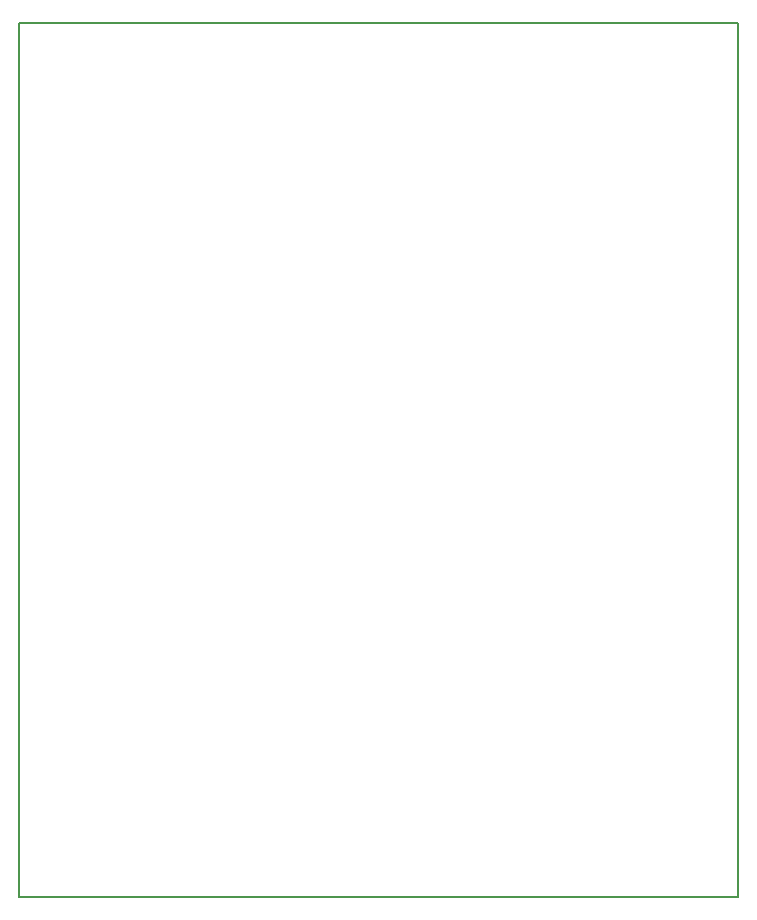
<source format=gbo>
G04 MADE WITH FRITZING*
G04 WWW.FRITZING.ORG*
G04 DOUBLE SIDED*
G04 HOLES PLATED*
G04 CONTOUR ON CENTER OF CONTOUR VECTOR*
%ASAXBY*%
%FSLAX23Y23*%
%MOIN*%
%OFA0B0*%
%SFA1.0B1.0*%
%ADD10R,2.402540X2.921960X2.386540X2.905960*%
%ADD11C,0.008000*%
%LNSILK0*%
G90*
G70*
G54D11*
X4Y2918D02*
X2399Y2918D01*
X2399Y4D01*
X4Y4D01*
X4Y2918D01*
D02*
G04 End of Silk0*
M02*
</source>
